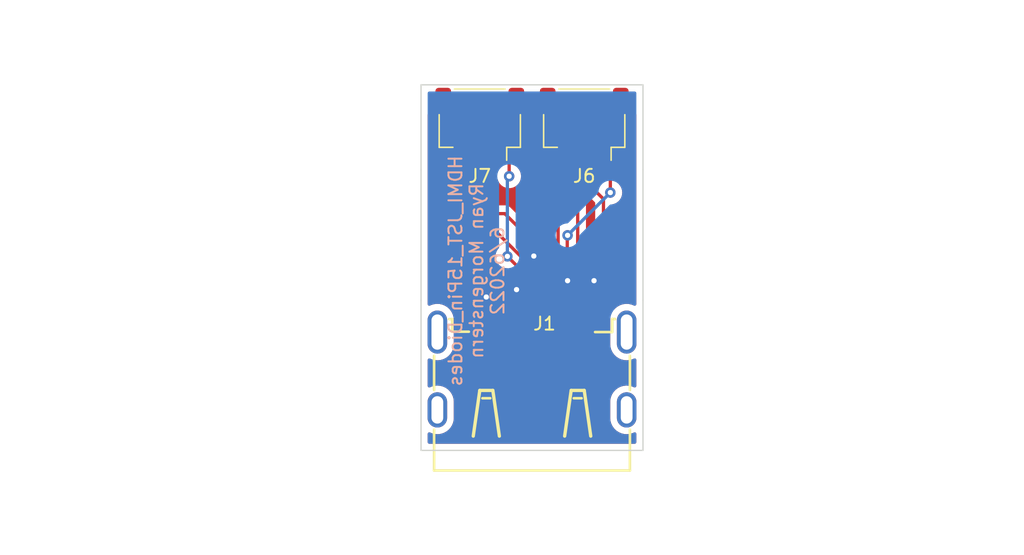
<source format=kicad_pcb>
(kicad_pcb (version 20211014) (generator pcbnew)
  (layers (0 "F.Cu" signal) (31 "B.Cu" signal) (34 "B.Paste" user) (35 "F.Paste" user) (36 "B.SilkS" user "B.Silkscreen") (37 "F.SilkS" user "F.Silkscreen") (38 "B.Mask" user) (39 "F.Mask" user) (44 "Edge.Cuts" user))
  (net 0 "")
  (net 1 "Net-(J1-Pad1)")
  (net 2 "GND")
  (net 3 "Net-(J1-Pad3)")
  (net 4 "Net-(J1-Pad4)")
  (net 5 "Net-(J1-Pad6)")
  (net 6 "Net-(J1-Pad7)")
  (net 7 "Net-(J1-Pad9)")
  (net 8 "Net-(J1-Pad10)")
  (net 9 "Net-(J1-Pad12)")
  (footprint "Connector_JST:JST_SH_SM04B-SRSS-TB_1x04-1MP_P1.00mm_Horizontal" (layer "F.Cu") (at 4 -18.5 180)
    (fp_text reference "J6" (at 0 -3.98) (layer "F.SilkS"))
    (fp_text value "Conn_01x04")
    (fp_line (start -2.06 -1.785) (end -2.06 -2.775) (layer "F.SilkS") (width 0.12))
    (fp_line (start -3.11 0.715) (end -3.11 -1.785) (layer "F.SilkS") (width 0.12))
    (fp_line (start -3.11 -1.785) (end -2.06 -1.785) (layer "F.SilkS") (width 0.12))
    (fp_line (start -1.94 2.685) (end 1.94 2.685) (layer "F.SilkS") (width 0.12))
    (fp_line (start 3.11 -1.785) (end 2.06 -1.785) (layer "F.SilkS") (width 0.12))
    (fp_line (start 3.11 0.715) (end 3.11 -1.785) (layer "F.SilkS") (width 0.12))
    (pad "1" smd roundrect (at -1.5 -2 180) (size 0.6 1.55) (layers "F.Cu" "F.Paste" "F.Mask") (net 4 "Net-(J1-Pad4)"))
    (pad "2" smd roundrect (at -0.5 -2 180) (size 0.6 1.55) (layers "F.Cu" "F.Paste" "F.Mask") (net 1 "Net-(J1-Pad1)"))
    (pad "3" smd roundrect (at 0.5 -2 180) (size 0.6 1.55) (layers "F.Cu" "F.Paste" "F.Mask") (net 3 "Net-(J1-Pad3)"))
    (pad "4" smd roundrect (at 1.5 -2 180) (size 0.6 1.55) (layers "F.Cu" "F.Paste" "F.Mask") (net 5 "Net-(J1-Pad6)"))
    (pad "MP" smd roundrect (at -2.8 1.875 180) (size 1.2 1.8) (layers "F.Cu" "F.Paste" "F.Mask") (roundrect_rratio 0.2083333333))
    (pad "MP" smd roundrect (at 2.8 1.875 180) (size 1.2 1.8) (layers "F.Cu" "F.Paste" "F.Mask") (roundrect_rratio 0.2083333333))
  )
  (footprint "Connector_JST:JST_SH_SM04B-SRSS-TB_1x04-1MP_P1.00mm_Horizontal" (layer "F.Cu") (at -4 -18.5 180)
    (fp_text reference "J7" (at 0 -3.98) (layer "F.SilkS"))
    (fp_text value "Conn_01x04")
    (fp_line (start 3.11 -1.785) (end 2.06 -1.785) (layer "F.SilkS") (width 0.12))
    (fp_line (start -2.06 -1.785) (end -2.06 -2.775) (layer "F.SilkS") (width 0.12))
    (fp_line (start -3.11 -1.785) (end -2.06 -1.785) (layer "F.SilkS") (width 0.12))
    (fp_line (start -1.94 2.685) (end 1.94 2.685) (layer "F.SilkS") (width 0.12))
    (fp_line (start -3.11 0.715) (end -3.11 -1.785) (layer "F.SilkS") (width 0.12))
    (fp_line (start 3.11 0.715) (end 3.11 -1.785) (layer "F.SilkS") (width 0.12))
    (pad "1" smd roundrect (at -1.5 -2 180) (size 0.6 1.55) (layers "F.Cu" "F.Paste" "F.Mask") (net 8 "Net-(J1-Pad10)"))
    (pad "2" smd roundrect (at -0.5 -2 180) (size 0.6 1.55) (layers "F.Cu" "F.Paste" "F.Mask") (net 6 "Net-(J1-Pad7)"))
    (pad "3" smd roundrect (at 0.5 -2 180) (size 0.6 1.55) (layers "F.Cu" "F.Paste" "F.Mask") (net 7 "Net-(J1-Pad9)"))
    (pad "4" smd roundrect (at 1.5 -2 180) (size 0.6 1.55) (layers "F.Cu" "F.Paste" "F.Mask") (net 9 "Net-(J1-Pad12)"))
    (pad "MP" smd roundrect (at -2.8 1.875 180) (size 1.2 1.8) (layers "F.Cu" "F.Paste" "F.Mask") (roundrect_rratio 0.2083333333))
    (pad "MP" smd roundrect (at 2.8 1.875 180) (size 1.2 1.8) (layers "F.Cu" "F.Paste" "F.Mask") (roundrect_rratio 0.2083333333))
  )
  (footprint "0_15Pin_FootprintsLib:HDMI-SMD_HDMI-019S" (layer "F.Cu") (at 0 0)
    (fp_text reference "J1" (at 0 -3.207) (layer "F.SilkS") (effects (justify left)))
    (fp_text value "HDMI_A")
    (fp_line (start -3 1.904) (end -4 1.904) (layer "F.SilkS") (width 0.254))
    (fp_line (start -7.5 1.875) (end -7.5 -0.743) (layer "F.SilkS") (width 0.2))
    (fp_line (start 6.08 -2.575) (end 6.145 -2.575) (layer "F.SilkS") (width 0.2))
    (fp_line (start 7.5 8.036) (end 7.5 4.917) (layer "F.SilkS") (width 0.2))
    (fp_line (start 6.08 -2.565) (end 6.08 -2.575) (layer "F.SilkS") (width 0.2))
    (fp_line (start 4.83 -2.565) (end 6.08 -2.565) (layer "F.SilkS") (width 0.2))
    (fp_line (start -7.5 8.036) (end -7.5 4.917) (layer "F.SilkS") (width 0.2))
    (fp_line (start 3.2 2.504) (end 3.8 2.504) (layer "F.SilkS") (width 0.2))
    (fp_line (start 4 1.904) (end 4.5 5.404) (layer "F.SilkS") (width 0.254))
    (fp_line (start 6.145 -3.563) (end 6.352 -3.563) (layer "F.SilkS") (width 0.2))
    (fp_line (start -3.2 2.504) (end -3.8 2.504) (layer "F.SilkS") (width 0.2))
    (fp_line (start -6.12 -2.592) (end -4.837 -2.592) (layer "F.SilkS") (width 0.2))
    (fp_line (start 3 1.904) (end 4 1.904) (layer "F.SilkS") (width 0.254))
    (fp_line (start 7.5 1.876) (end 7.5 -0.743) (layer "F.SilkS") (width 0.2))
    (fp_line (start 2.5 5.404) (end 3 1.904) (layer "F.SilkS") (width 0.254))
    (fp_line (start -6.12 -3.545) (end -6.12 -2.592) (layer "F.SilkS") (width 0.2))
    (fp_line (start -7.5 8.036) (end 7.5 8.036) (layer "F.SilkS") (width 0.2))
    (fp_line (start 6.352 -3.563) (end 6.352 -3.556) (layer "F.SilkS") (width 0.2))
    (fp_line (start 6.145 -2.575) (end 6.145 -3.563) (layer "F.SilkS") (width 0.2))
    (fp_line (start -6.107 -3.557) (end -6.107 -3.545) (layer "F.SilkS") (width 0.2))
    (fp_line (start -4 1.904) (end -4.5 5.404) (layer "F.SilkS") (width 0.254))
    (fp_line (start -6.107 -3.545) (end -6.12 -3.545) (layer "F.SilkS") (width 0.2))
    (fp_line (start -2.5 5.404) (end -3 1.904) (layer "F.SilkS") (width 0.254))
    (fp_line (start -6.35 -3.557) (end -6.107 -3.557) (layer "F.SilkS") (width 0.2))
    (pad "1" smd oval (at 4.501 -3.396) (size 0.25 2.4) (layers "F.Cu" "F.Paste" "F.Mask") (net 1 "Net-(J1-Pad1)"))
    (pad "2" smd oval (at 4.001 -3.396) (size 0.25 2.4) (layers "F.Cu" "F.Paste" "F.Mask") (net 2 "GND"))
    (pad "3" smd oval (at 3.501 -3.396) (size 0.25 2.4) (layers "F.Cu" "F.Paste" "F.Mask") (net 3 "Net-(J1-Pad3)"))
    (pad "4" smd oval (at 3.001 -3.396) (size 0.25 2.4) (layers "F.Cu" "F.Paste" "F.Mask") (net 4 "Net-(J1-Pad4)"))
    (pad "5" smd oval (at 2.5 -3.396) (size 0.25 2.4) (layers "F.Cu" "F.Paste" "F.Mask") (net 2 "GND"))
    (pad "6" smd oval (at 2 -3.396) (size 0.25 2.4) (layers "F.Cu" "F.Paste" "F.Mask") (net 5 "Net-(J1-Pad6)"))
    (pad "7" smd oval (at 1.5 -3.396) (size 0.25 2.4) (layers "F.Cu" "F.Paste" "F.Mask") (net 6 "Net-(J1-Pad7)"))
    (pad "8" smd oval (at 1 -3.396) (size 0.25 2.4) (layers "F.Cu" "F.Paste" "F.Mask") (net 2 "GND"))
    (pad "9" smd oval (at 0.5 -3.396) (size 0.25 2.4) (layers "F.Cu" "F.Paste" "F.Mask") (net 7 "Net-(J1-Pad9)"))
    (pad "10" smd oval (at 0 -3.396) (size 0.25 2.4) (layers "F.Cu" "F.Paste" "F.Mask") (net 8 "Net-(J1-Pad10)"))
    (pad "11" smd oval (at -0.5 -3.396) (size 0.25 2.4) (layers "F.Cu" "F.Paste" "F.Mask") (net 2 "GND"))
    (pad "12" smd oval (at -1 -3.396) (size 0.25 2.4) (layers "F.Cu" "F.Paste" "F.Mask") (net 9 "Net-(J1-Pad12)"))
    (pad "13" smd oval (at -1.5 -3.396) (size 0.25 2.4) (layers "F.Cu" "F.Paste" "F.Mask"))
    (pad "14" smd oval (at -2 -3.396) (size 0.25 2.4) (layers "F.Cu" "F.Paste" "F.Mask"))
    (pad "15" smd oval (at -2.5 -3.396) (size 0.25 2.4) (layers "F.Cu" "F.Paste" "F.Mask"))
    (pad "16" smd oval (at -3.001 -3.396) (size 0.25 2.4) (layers "F.Cu" "F.Paste" "F.Mask"))
    (pad "17" smd oval (at -3.501 -3.396) (size 0.25 2.4) (layers "F.Cu" "F.Paste" "F.Mask") (net 2 "GND"))
    (pad "18" smd oval (at -4.001 -3.396) (size 0.25 2.4) (layers "F.Cu" "F.Paste" "F.Mask"))
    (pad "19" smd oval (at -4.501 -3.396) (size 0.25 2.4) (layers "F.Cu" "F.Paste" "F.Mask"))
    (pad "20" thru_hole oval (at 7.25 3.396) (size 1.5 2.7) (drill oval 0.9 2.1) (layers *.Cu *.Mask))
    (pad "21" thru_hole oval (at -7.25 3.396) (size 1.5 2.7) (drill oval 0.9 2.1) (layers *.Cu *.Mask))
    (pad "22" thru_hole oval (at 7.25 -2.564) (size 1.5 3.3) (drill oval 0.9 2.7) (layers *.Cu *.Mask))
    (pad "23" thru_hole oval (at -7.25 -2.564) (size 1.5 3.3) (drill oval 0.9 2.7) (layers *.Cu *.Mask))
  )
  (gr_line (start -8.5 -5) (end -8.5 -15) (layer "Edge.Cuts") (width 0.1))
  (gr_line (start 8.5 -21.5) (end -8.5 -21.5) (layer "Edge.Cuts") (width 0.1))
  (gr_line (start 8.5 6.5) (end -8.5 6.5) (layer "Edge.Cuts") (width 0.1))
  (gr_line (start -8.5 -5) (end -8.5 6.5) (layer "Edge.Cuts") (width 0.1))
  (gr_line (start 8.5 -5) (end 8.5 6.5) (layer "Edge.Cuts") (width 0.1))
  (gr_line (start -8.5 -21.5) (end -8.5 -15) (layer "Edge.Cuts") (width 0.1))
  (gr_line (start 8.5 -5) (end 8.5 -15) (layer "Edge.Cuts") (width 0.1))
  (gr_line (start 8.5 -15) (end 8.5 -21.5) (layer "Edge.Cuts") (width 0.1))
  (gr_text "HDMI_JST_15Pin_Diodes\nRyan Morgenstern\n6/62022" (at -4.25 -7.25 90) (layer "B.SilkS") (effects (font (size 1 1)) (justify mirror)))
  (segment (start 5.474511 -12.750875) (end 4.5 -13.725386) (width 0.25) (layer "F.Cu") (net 1))
  (segment (start 4.5 -13.725386) (end 4.5 -16.5) (width 0.25) (layer "F.Cu") (net 1))
  (segment (start 4.501 -16.499) (end 4.5 -16.5) (width 0.25) (layer "F.Cu") (net 1))
  (segment (start 5.474511 -4.369511) (end 5.474511 -12.750875) (width 0.25) (layer "F.Cu") (net 1))
  (segment (start 4.501 -3.396) (end 5.474511 -4.369511) (width 0.25) (layer "F.Cu") (net 1))
  (segment (start 1 -3.396) (end 1 -7.524598) (width 0.25) (layer "F.Cu") (net 2))
  (segment (start -3.501 -3.396) (end -3.501 -5.249) (width 0.25) (layer "F.Cu") (net 2))
  (segment (start 2.5 -6.2755) (end 2.7245 -6.5) (width 0.25) (layer "F.Cu") (net 2))
  (segment (start -0.5 -5.131316) (end -1.184342 -5.815658) (width 0.25) (layer "F.Cu") (net 2))
  (segment (start 4.001 -3.396) (end 4.001 -4.846) (width 0.25) (layer "F.Cu") (net 2))
  (segment (start 1 -7.524598) (end 0.137299 -8.387299) (width 0.25) (layer "F.Cu") (net 2))
  (segment (start 4.001 -4.846) (end 4.75 -5.595) (width 0.25) (layer "F.Cu") (net 2))
  (segment (start -0.5 -3.396) (end -0.5 -5.131316) (width 0.25) (layer "F.Cu") (net 2))
  (segment (start 4.75 -5.595) (end 4.75 -6.5) (width 0.25) (layer "F.Cu") (net 2))
  (segment (start 2.5 -3.396) (end 2.5 -6.2755) (width 0.25) (layer "F.Cu") (net 2))
  (via (at -3.501 -5.249) (size 0.8) (drill 0.4) (layers "F.Cu" "B.Cu") (net 2))
  (via (at -1.184342 -5.815658) (size 0.8) (drill 0.4) (layers "F.Cu" "B.Cu") (net 2))
  (via (at 2.7245 -6.5) (size 0.8) (drill 0.4) (layers "F.Cu" "B.Cu") (net 2))
  (via (at 0.137299 -8.387299) (size 0.8) (drill 0.4) (layers "F.Cu" "B.Cu") (net 2))
  (via (at 4.75 -6.5) (size 0.8) (drill 0.4) (layers "F.Cu" "B.Cu") (net 2))
  (segment (start 3.5 -7.585238) (end 3.898531 -7.186707) (width 0.25) (layer "F.Cu") (net 3))
  (segment (start 3.501 -5.001) (end 3.501 -3.396) (width 0.25) (layer "F.Cu") (net 3))
  (segment (start 3.5 -16.5) (end 3.501 -16.499) (width 0.25) (layer "F.Cu") (net 3))
  (segment (start 3.5 -16.5) (end 3.5 -7.585238) (width 0.25) (layer "F.Cu") (net 3))
  (segment (start 3.898531 -5.398531) (end 3.501 -5.001) (width 0.25) (layer "F.Cu") (net 3))
  (segment (start 3.898531 -7.186707) (end 3.898531 -5.398531) (width 0.25) (layer "F.Cu") (net 3))
  (segment (start 3.449011 -6.199897) (end 3.449011 -7.000509) (width 0.25) (layer "F.Cu") (net 4))
  (segment (start 3.001 -3.396) (end 3.001 -5.751886) (width 0.25) (layer "F.Cu") (net 4))
  (segment (start 6 -16) (end 5.5 -16.5) (width 0.25) (layer "F.Cu") (net 4))
  (segment (start 2.69952 -7.75) (end 2.69952 -9.94952) (width 0.25) (layer "F.Cu") (net 4))
  (segment (start 2.69952 -9.94952) (end 2.7245 -9.9745) (width 0.25) (layer "F.Cu") (net 4))
  (segment (start 3.001 -5.751886) (end 3.449011 -6.199897) (width 0.25) (layer "F.Cu") (net 4))
  (segment (start 3.449011 -7.000509) (end 2.69952 -7.75) (width 0.25) (layer "F.Cu") (net 4))
  (segment (start 6 -13.25) (end 6 -16) (width 0.25) (layer "F.Cu") (net 4))
  (via (at 2.7245 -9.9745) (size 0.8) (drill 0.4) (layers "F.Cu" "B.Cu") (net 4))
  (via (at 6 -13.25) (size 0.8) (drill 0.4) (layers "F.Cu" "B.Cu") (net 4))
  (segment (start 2.7245 -9.9745) (end 6 -13.25) (width 0.25) (layer "B.Cu") (net 4))
  (segment (start 2.5 -16.5) (end 2 -16) (width 0.25) (layer "F.Cu") (net 5))
  (segment (start 2 -16) (end 2 -3.396) (width 0.25) (layer "F.Cu") (net 5))
  (segment (start 1.5 -8.049212) (end -2.086506 -11.635718) (width 0.25) (layer "F.Cu") (net 6))
  (segment (start -3.5 -11.635718) (end -3.5 -16.5) (width 0.25) (layer "F.Cu") (net 6))
  (segment (start 1.5 -3.396) (end 1.5 -8.049212) (width 0.25) (layer "F.Cu") (net 6))
  (segment (start -2.086506 -11.635718) (end -3.5 -11.635718) (width 0.25) (layer "F.Cu") (net 6))
  (segment (start 0.5 -7) (end 0.5 -3.396) (width 0.25) (layer "F.Cu") (net 7))
  (segment (start -4.5 -12) (end 0.5 -7) (width 0.25) (layer "F.Cu") (net 7))
  (segment (start -4.5 -16.5) (end -4.5 -12) (width 0.25) (layer "F.Cu") (net 7))
  (segment (start -1.75 -14.5) (end -1.75 -16) (width 0.25) (layer "F.Cu") (net 8))
  (segment (start -2.25 -16.5) (end -2.5 -16.5) (width 0.25) (layer "F.Cu") (net 8))
  (segment (start -1.75 -16) (end -2.25 -16.5) (width 0.25) (layer "F.Cu") (net 8))
  (segment (start 0 -6.475402) (end -1.887299 -8.362701) (width 0.25) (layer "F.Cu") (net 8))
  (segment (start 0 -3.396) (end 0 -6.475402) (width 0.25) (layer "F.Cu") (net 8))
  (via (at -1.887299 -8.362701) (size 0.8) (drill 0.4) (layers "F.Cu" "B.Cu") (net 8))
  (via (at -1.75 -14.5) (size 0.8) (drill 0.4) (layers "F.Cu" "B.Cu") (net 8))
  (segment (start -1.887299 -8.362701) (end -1.887299 -14.362701) (width 0.25) (layer "B.Cu") (net 8))
  (segment (start -1.887299 -14.362701) (end -1.75 -14.5) (width 0.25) (layer "B.Cu") (net 8))
  (segment (start -5.5 -16.5) (end -5.5 -9.106717) (width 0.25) (layer "F.Cu") (net 9))
  (segment (start -1 -4.606717) (end -1 -3.396) (width 0.25) (layer "F.Cu") (net 9))
  (segment (start -5.5 -9.106717) (end -1 -4.606717) (width 0.25) (layer "F.Cu") (net 9))
  (zone (net 2) (net_name "GND") (layer "F.Cu") (connect_pads (clearance 0.508)) (min_thickness 0.254) (fill yes (thermal_gap 0.508) (thermal_bridge_width 0.508))
    (polygon (pts (xy 37.689557 -27.808431) (xy 34 14.5) (xy -39 13.5) (xy -33 -28)))
  )
  (zone (net 2) (net_name "GND") (layer "B.Cu") (connect_pads (clearance 0.508)) (min_thickness 0.254) (fill yes (thermal_gap 0.508) (thermal_bridge_width 0.508))
    (polygon (pts (xy 37.5 -27) (xy 34 13.5) (xy -40.75 13.25) (xy -36 -28)))
  )
)
</source>
